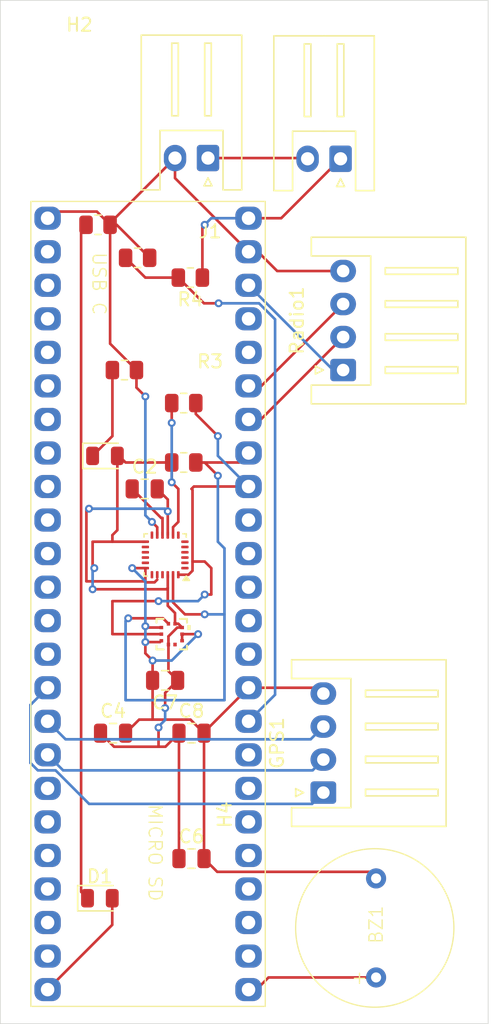
<source format=kicad_pcb>
(kicad_pcb (version 20241229) (generator "pcbnew") (generator_version "9.0")
  (layers (0 "F.Cu" signal) (2 "B.Cu" signal) (13 "F.Paste" user) (15 "B.Paste" user) (5 "F.SilkS" user "F.Silkscreen") (7 "B.SilkS" user "B.Silkscreen") (1 "F.Mask" user) (3 "B.Mask" user) (25 "Edge.Cuts" user))
  (net 0 "")
  (net 1 "Net-(BZ1-+)")
  (net 2 "GND")
  (net 3 "Net-(U1-REGOUT)")
  (net 4 "+3.3V")
  (net 5 "Net-(D1-K)")
  (net 6 "Net-(D1-A)")
  (net 7 "Net-(D2-K)")
  (net 8 "Net-(GPS1-Pin_2)")
  (net 9 "Net-(GPS1-Pin_1)")
  (net 10 "Net-(GPS1-Pin_3)")
  (net 11 "Net-(J1-Pin_1)")
  (net 12 "Net-(J2-Pin_1)")
  (net 13 "/SCL")
  (net 14 "/SDA")
  (net 15 "Net-(Teensy4.1-A17)")
  (net 16 "Net-(Radio1-Pin_1)")
  (net 17 "Net-(Radio1-Pin_3)")
  (net 18 "Net-(Radio1-Pin_2)")
  (footprint "Resistor_SMD:R_0805_2012Metric" (layer "F.Cu") (at 137.4125 46 180)
    (property "Reference" "R4" (at 0 -1.65 0) (layer "F.SilkS"))
    (property "Value" "178K")
    (fp_line (start -0.227064 0.735) (end 0.227064 0.735) (stroke (width 0.12)) (layer "F.SilkS"))
    (fp_line (start -0.227064 -0.735) (end 0.227064 -0.735) (stroke (width 0.12)) (layer "F.SilkS"))
    (pad "1" smd roundrect (at -0.9125 0 180) (size 1.025 1.4) (layers "F.Cu" "F.Mask" "F.Paste") (roundrect_rratio 0.243902) (net 12 "Net-(J2-Pin_1)"))
    (pad "2" smd roundrect (at 0.9125 0 180) (size 1.025 1.4) (layers "F.Cu" "F.Mask" "F.Paste") (roundrect_rratio 0.243902) (net 15 "Net-(Teensy4.1-A17)"))
  )
  (footprint "Resistor_SMD:R_0805_2012Metric" (layer "F.Cu") (at 136.9125 60)
    (property "Reference" "R2" (hide yes))
    (property "Value" "5k1")
    (fp_line (start -0.227064 -0.735) (end 0.227064 -0.735) (stroke (width 0.12)) (layer "F.SilkS"))
    (fp_line (start -0.227064 0.735) (end 0.227064 0.735) (stroke (width 0.12)) (layer "F.SilkS"))
    (pad "1" smd roundrect (at -0.9125 0) (size 1.025 1.4) (layers "F.Cu" "F.Mask" "F.Paste") (roundrect_rratio 0.243902) (net 4 "+3.3V"))
    (pad "2" smd roundrect (at 0.9125 0) (size 1.025 1.4) (layers "F.Cu" "F.Mask" "F.Paste") (roundrect_rratio 0.243902) (net 13 "/SCL"))
  )
  (footprint "LED_SMD:LED_0805_2012Metric" (layer "F.Cu") (at 130.55 93)
    (property "Reference" "D1" (at 0 -1.65 0) (layer "F.SilkS"))
    (property "Value" "LED")
    (fp_line (start -1.685 -0.96) (end -1.685 0.96) (stroke (width 0.12)) (layer "F.SilkS"))
    (fp_line (start -1.685 0.96) (end 1 0.96) (stroke (width 0.12)) (layer "F.SilkS"))
    (fp_line (start 1 -0.96) (end -1.685 -0.96) (stroke (width 0.12)) (layer "F.SilkS"))
    (pad "1" smd roundrect (at -0.9375 0) (size 0.975 1.4) (layers "F.Cu" "F.Mask" "F.Paste") (net 5 "Net-(D1-K)"))
    (pad "2" smd roundrect (at 0.9375 0) (size 0.975 1.4) (layers "F.Cu" "F.Mask" "F.Paste") (net 6 "Net-(D1-A)"))
  )
  (footprint "adaafruitBuzzer:Adafruit_Buzzer" (layer "F.Cu") (at 151.5 95 90)
    (property "Reference" "BZ1" (at 0 0 90) (layer "F.SilkS") (effects (font (thickness 0.1))))
    (property "Value" "Buzzer")
    (fp_circle (center -0.25 -0.1) (end 5.75 -0.25) (stroke (width 0.1)) (fill no) (layer "F.SilkS"))
    (fp_text user "+" (at -4.75 -0.75 90) (layer "F.SilkS") (effects (font (thickness 0.1)) (justify left bottom)))
    (pad "1" thru_hole circle (at -4 0 90) (size 1.524 1.524) (drill 0.762) (layers "*.Cu" "*.Mask") (net 1 "Net-(BZ1-+)"))
    (pad "2" thru_hole circle (at 3.5 0 90) (size 1.524 1.524) (drill 0.762) (layers "*.Cu" "*.Mask") (net 2 "GND"))
  )
  (footprint "Connector_JST:JST_XH_S2B-XH-A_1x02_P2.50mm_Horizontal" (layer "F.Cu") (at 148.805 37 180)
    (property "Reference" "J2" (hide yes))
    (property "Value" "Switch")
    (fp_line (start 5.06 9.31) (end 5.06 -2.41) (stroke (width 0.12)) (layer "F.SilkS"))
    (fp_line (start 5.06 -2.41) (end 3.64 -2.41) (stroke (width 0.12)) (layer "F.SilkS"))
    (fp_line (start 3.64 2.09) (end 1.25 2.09) (stroke (width 0.12)) (layer "F.SilkS"))
    (fp_line (start 3.64 -2.41) (end 3.64 2.09) (stroke (width 0.12)) (layer "F.SilkS"))
    (fp_line (start 2.75 8.7) (end 2.75 3.2) (stroke (width 0.12)) (layer "F.SilkS"))
    (fp_line (start 2.75 3.2) (end 2.25 3.2) (stroke (width 0.12)) (layer "F.SilkS"))
    (fp_line (start 2.25 8.7) (end 2.75 8.7) (stroke (width 0.12)) (layer "F.SilkS"))
    (fp_line (start 2.25 3.2) (end 2.25 8.7) (stroke (width 0.12)) (layer "F.SilkS"))
    (fp_line (start 1.25 9.31) (end 5.06 9.31) (stroke (width 0.12)) (layer "F.SilkS"))
    (fp_line (start 1.25 9.31) (end -2.56 9.31) (stroke (width 0.12)) (layer "F.SilkS"))
    (fp_line (start 0.3 -2.1) (end 0 -1.5) (stroke (width 0.12)) (layer "F.SilkS"))
    (fp_line (start 0.25 8.7) (end 0.25 3.2) (stroke (width 0.12)) (layer "F.SilkS"))
    (fp_line (start 0.25 3.2) (end -0.25 3.2) (stroke (width 0.12)) (layer "F.SilkS"))
    (fp_line (start 0 -1.5) (end -0.3 -2.1) (stroke (width 0.12)) (layer "F.SilkS"))
    (fp_line (start -0.25 8.7) (end 0.25 8.7) (stroke (width 0.12)) (layer "F.SilkS"))
    (fp_line (start -0.25 3.2) (end -0.25 8.7) (stroke (width 0.12)) (layer "F.SilkS"))
    (fp_line (start -0.3 -2.1) (end 0.3 -2.1) (stroke (width 0.12)) (layer "F.SilkS"))
    (fp_line (start -1.14 2.09) (end 1.25 2.09) (stroke (width 0.12)) (layer "F.SilkS"))
    (fp_line (start -1.14 -2.41) (end -1.14 2.09) (stroke (width 0.12)) (layer "F.SilkS"))
    (fp_line (start -2.56 9.31) (end -2.56 -2.41) (stroke (width 0.12)) (layer "F.SilkS"))
    (fp_line (start -2.56 -2.41) (end -1.14 -2.41) (stroke (width 0.12)) (layer "F.SilkS"))
    (pad "1" thru_hole roundrect (at 0 0 180) (size 1.7 2) (drill 1) (layers "*.Cu" "*.Mask") (roundrect_rratio 0.147059) (net 12 "Net-(J2-Pin_1)"))
    (pad "2" thru_hole oval (at 2.5 0 180) (size 1.7 2) (drill 1) (layers "*.Cu" "*.Mask") (net 11 "Net-(J1-Pin_1)"))
  )
  (footprint "MountingHole:MountingHole_3.2mm_M3" (layer "F.Cu") (at 134.5 97)
    (property "Reference" "H4" (at 5.525 -10.325 90) (layer "F.SilkS"))
    (property "Value" "MountingHole")
    (pad "" np_thru_hole circle (at 0 0) (size 3.2 3.2) (drill 3.2) (layers "*.Cu" "*.Mask"))
  )
  (footprint "Resistor_SMD:R_0805_2012Metric" (layer "F.Cu") (at 133.4125 44.5)
    (property "Reference" "R5" (hide yes))
    (property "Value" "332K")
    (fp_line (start -0.227064 -0.735) (end 0.227064 -0.735) (stroke (width 0.12)) (layer "F.SilkS"))
    (fp_line (start -0.227064 0.735) (end 0.227064 0.735) (stroke (width 0.12)) (layer "F.SilkS"))
    (pad "1" smd roundrect (at -0.9125 0) (size 1.025 1.4) (layers "F.Cu" "F.Mask" "F.Paste") (roundrect_rratio 0.243902) (net 15 "Net-(Teensy4.1-A17)"))
    (pad "2" smd roundrect (at 0.9125 0) (size 1.025 1.4) (layers "F.Cu" "F.Mask" "F.Paste") (roundrect_rratio 0.243902) (net 2 "GND"))
  )
  (footprint "Resistor_SMD:R_0805_2012Metric" (layer "F.Cu") (at 136.9125 55.5)
    (property "Reference" "R3" (at 2 -3.15 0) (layer "F.SilkS"))
    (property "Value" "5k1")
    (fp_line (start -0.227064 -0.735) (end 0.227064 -0.735) (stroke (width 0.12)) (layer "F.SilkS"))
    (fp_line (start -0.227064 0.735) (end 0.227064 0.735) (stroke (width 0.12)) (layer "F.SilkS"))
    (pad "1" smd roundrect (at -0.9125 0) (size 1.025 1.4) (layers "F.Cu" "F.Mask" "F.Paste") (roundrect_rratio 0.243902) (net 4 "+3.3V"))
    (pad "2" smd roundrect (at 0.9125 0) (size 1.025 1.4) (layers "F.Cu" "F.Mask" "F.Paste") (roundrect_rratio 0.243902) (net 14 "/SDA"))
  )
  (footprint "footprints:10LGA_2X2X0p75_BOS" (layer "F.Cu") (at 136 73 -90)
    (property "Reference" "U2" (hide yes))
    (property "Value" "BMP390")
    (fp_line (start -1.1557 1.1557) (end -0.86878 1.1557) (stroke (width 0.1524)) (layer "F.SilkS"))
    (fp_line (start 0.86878 1.1557) (end 1.1557 1.1557) (stroke (width 0.1524)) (layer "F.SilkS"))
    (fp_line (start 1.1557 1.1557) (end 1.1557 0.61878) (stroke (width 0.1524)) (layer "F.SilkS"))
    (fp_line (start -1.1557 0.61878) (end -1.1557 1.1557) (stroke (width 0.1524)) (layer "F.SilkS"))
    (fp_line (start 1.1557 -0.61878) (end 1.1557 -1.1557) (stroke (width 0.1524)) (layer "F.SilkS"))
    (fp_line (start -1.1557 -1.1557) (end -1.1557 -0.61878) (stroke (width 0.1524)) (layer "F.SilkS"))
    (fp_line (start -0.86878 -1.1557) (end -1.1557 -1.1557) (stroke (width 0.1524)) (layer "F.SilkS"))
    (fp_line (start 1.1557 -1.1557) (end 0.86878 -1.1557) (stroke (width 0.1524)) (layer "F.SilkS"))
    (fp_poly (pts (xy -0.690499 -1.1811) (xy -0.690499 -1.4351) (xy -0.309499 -1.4351) (xy -0.309499 -1.1811)) (fill yes) (layer "F.SilkS"))
    (pad "1" smd rect (at -0.7874 -0.25) (size 0.254 0.2794) (layers "F.Cu" "F.Mask" "F.Paste") (net 4 "+3.3V"))
    (pad "2" smd rect (at -0.7874 0.25) (size 0.254 0.2794) (layers "F.Cu" "F.Mask" "F.Paste") (net 13 "/SCL"))
    (pad "3" smd rect (at -0.499999 0.7874 270) (size 0.254 0.2794) (layers "F.Cu" "F.Mask" "F.Paste") (net 2 "GND"))
    (pad "4" smd rect (at 0 0.7874 270) (size 0.254 0.2794) (layers "F.Cu" "F.Mask" "F.Paste") (net 14 "/SDA"))
    (pad "5" smd rect (at 0.499999 0.7874 270) (size 0.254 0.2794) (layers "F.Cu" "F.Mask" "F.Paste") (net 2 "GND"))
    (pad "6" smd rect (at 0.7874 0.25) (size 0.254 0.2794) (layers "F.Cu" "F.Mask" "F.Paste") (net 4 "+3.3V"))
    (pad "7" smd rect (at 0.7874 -0.25) (size 0.254 0.2794) (layers "F.Cu" "F.Mask" "F.Paste"))
    (pad "8" smd rect (at 0.499999 -0.7874 270) (size 0.254 0.2794) (layers "F.Cu" "F.Mask" "F.Paste") (net 2 "GND"))
    (pad "9" smd rect (at 0 -0.7874 270) (size 0.254 0.2794) (layers "F.Cu" "F.Mask" "F.Paste") (net 2 "GND"))
    (pad "10" smd rect (at -0.499999 -0.7874 270) (size 0.254 0.2794) (layers "F.Cu" "F.Mask" "F.Paste") (net 4 "+3.3V"))
  )
  (footprint "Sensor_Motion:InvenSense_QFN-24_3x3mm_P0.4mm" (layer "F.Cu") (at 135.5 67 180)
    (property "Reference" "U1" (hide yes))
    (property "Value" "ICM-20948")
    (fp_line (start 1.6 1.6) (end 1.6 1.35) (stroke (width 0.12)) (layer "F.SilkS"))
    (fp_line (start 1.6 1.6) (end 1.35 1.6) (stroke (width 0.12)) (layer "F.SilkS"))
    (fp_line (start 1.6 -1.6) (end 1.6 -1.35) (stroke (width 0.12)) (layer "F.SilkS"))
    (fp_line (start 1.6 -1.6) (end 1.35 -1.6) (stroke (width 0.12)) (layer "F.SilkS"))
    (fp_line (start -1.6 1.6) (end -1.35 1.6) (stroke (width 0.12)) (layer "F.SilkS"))
    (fp_line (start -1.6 1.6) (end -1.6 1.35) (stroke (width 0.12)) (layer "F.SilkS"))
    (fp_poly (pts (xy -1.6 -1.6) (xy -1.84 -1.93) (xy -1.36 -1.93) (xy -1.6 -1.6)) (stroke (width 0.12)) (fill yes) (layer "F.SilkS"))
    (pad "1" smd roundrect (at -1.5 -1 180) (size 0.55 0.2) (layers "F.Cu" "F.Mask" "F.Paste"))
    (pad "2" smd roundrect (at -1.5 -0.6 180) (size 0.55 0.2) (layers "F.Cu" "F.Mask" "F.Paste"))
    (pad "3" smd roundrect (at -1.5 -0.2 180) (size 0.55 0.2) (layers "F.Cu" "F.Mask" "F.Paste"))
    (pad "4" smd roundrect (at -1.5 0.2 180) (size 0.55 0.2) (layers "F.Cu" "F.Mask" "F.Paste"))
    (pad "5" smd roundrect (at -1.5 0.6 180) (size 0.55 0.2) (layers "F.Cu" "F.Mask" "F.Paste"))
    (pad "6" smd roundrect (at -1.5 1 180) (size 0.55 0.2) (layers "F.Cu" "F.Mask" "F.Paste"))
    (pad "7" smd roundrect (at -1 1.5 270) (size 0.55 0.2) (layers "F.Cu" "F.Mask" "F.Paste"))
    (pad "8" smd roundrect (at -0.6 1.5 270) (size 0.55 0.2) (layers "F.Cu" "F.Mask" "F.Paste") (net 4 "+3.3V"))
    (pad "9" smd roundrect (at -0.2 1.5 270) (size 0.55 0.2) (layers "F.Cu" "F.Mask" "F.Paste") (net 2 "GND"))
    (pad "10" smd roundrect (at 0.2 1.5 270) (size 0.55 0.2) (layers "F.Cu" "F.Mask" "F.Paste") (net 3 "Net-(U1-REGOUT)"))
    (pad "11" smd roundrect (at 0.6 1.5 270) (size 0.55 0.2) (layers "F.Cu" "F.Mask" "F.Paste") (net 2 "GND"))
    (pad "12" smd roundrect (at 1 1.5 270) (size 0.55 0.2) (layers "F.Cu" "F.Mask" "F.Paste"))
    (pad "13" smd roundrect (at 1.5 1 180) (size 0.55 0.2) (layers "F.Cu" "F.Mask" "F.Paste") (net 4 "+3.3V"))
    (pad "14" smd roundrect (at 1.5 0.6 180) (size 0.55 0.2) (layers "F.Cu" "F.Mask" "F.Paste"))
    (pad "15" smd roundrect (at 1.5 0.2 180) (size 0.55 0.2) (layers "F.Cu" "F.Mask" "F.Paste"))
    (pad "16" smd roundrect (at 1.5 -0.2 180) (size 0.55 0.2) (layers "F.Cu" "F.Mask" "F.Paste"))
    (pad "17" smd roundrect (at 1.5 -0.6 180) (size 0.55 0.2) (layers "F.Cu" "F.Mask" "F.Paste"))
    (pad "18" smd roundrect (at 1.5 -1 180) (size 0.55 0.2) (layers "F.Cu" "F.Mask" "F.Paste") (net 2 "GND"))
    (pad "19" smd roundrect (at 1 -1.5 270) (size 0.55 0.2) (layers "F.Cu" "F.Mask" "F.Paste"))
    (pad "20" smd roundrect (at 0.6 -1.5 270) (size 0.55 0.2) (layers "F.Cu" "F.Mask" "F.Paste") (net 2 "GND"))
    (pad "21" smd roundrect (at 0.2 -1.5 270) (size 0.55 0.2) (layers "F.Cu" "F.Mask" "F.Paste"))
    (pad "22" smd roundrect (at -0.2 -1.5 270) (size 0.55 0.2) (layers "F.Cu" "F.Mask" "F.Paste") (net 4 "+3.3V"))
    (pad "23" smd roundrect (at -0.6 -1.5 270) (size 0.55 0.2) (layers "F.Cu" "F.Mask" "F.Paste") (net 13 "/SCL"))
    (pad "24" smd roundrect (at -1 -1.5 270) (size 0.55 0.2) (layers "F.Cu" "F.Mask" "F.Paste") (net 14 "/SDA"))
  )
  (footprint "footprint:teensy" (layer "F.Cu") (at 134.205 70.71)
    (property "Reference" "Teensy4.1" (hide yes))
    (property "Value" "~")
    (fp_line (start -8.89 -1.27) (end -8.89 -30.48) (stroke (width 0.1)) (layer "F.SilkS"))
    (fp_line (start -8.89 -1.27) (end -8.89 0) (stroke (width 0.1)) (layer "F.SilkS"))
    (fp_line (start -8.89 0) (end -8.89 30.48) (stroke (width 0.1)) (layer "F.SilkS"))
    (fp_line (start -8.89 30.48) (end 8.89 30.48) (stroke (width 0.1)) (layer "F.SilkS"))
    (fp_line (start 8.89 -30.48) (end -8.89 -30.48) (stroke (width 0.1)) (layer "F.SilkS"))
    (fp_line (start 8.89 -30.48) (end 8.89 -2.54) (stroke (width 0.1)) (layer "F.SilkS"))
    (fp_line (start 8.89 30.48) (end 8.89 -2.54) (stroke (width 0.1)) (layer "F.SilkS"))
    (fp_text user "MICRO SD" (at -0.05 15.09 270) (layer "F.SilkS") (effects (font (thickness 0.1)) (justify left bottom)))
    (fp_text user "USB C" (at -4.3 -26.7 270) (layer "F.SilkS") (effects (font (thickness 0.1)) (justify left bottom)))
    (pad "0" thru_hole roundrect (at -7.62 -26.67) (size 2 1.75) (drill 1.02) (layers "*.Cu" "*.Mask") (roundrect_rratio 0.375))
    (pad "1" thru_hole roundrect (at -7.62 -24.13) (size 2 1.75) (drill 1.02) (layers "*.Cu" "*.Mask") (roundrect_rratio 0.375))
    (pad "2" thru_hole roundrect (at -7.62 -21.59) (size 2 1.75) (drill 1.02) (layers "*.Cu" "*.Mask") (roundrect_rratio 0.375))
    (pad "3" thru_hole roundrect (at -7.62 -19.05) (size 2 1.75) (drill 1.02) (layers "*.Cu" "*.Mask") (roundrect_rratio 0.375))
    (pad "3V" thru_hole roundrect (at -7.62 6.35) (size 2 1.75) (drill 1.02) (layers "*.Cu" "*.Mask") (roundrect_rratio 0.375) (net 9 "Net-(GPS1-Pin_1)"))
    (pad "3V1" thru_hole roundrect (at 7.62 -24.13) (size 2 1.75) (drill 1.02) (layers "*.Cu" "*.Mask") (roundrect_rratio 0.375) (net 16 "Net-(Radio1-Pin_1)"))
    (pad "4" thru_hole roundrect (at -7.62 -16.51) (size 2 1.75) (drill 1.02) (layers "*.Cu" "*.Mask") (roundrect_rratio 0.375))
    (pad "5" thru_hole roundrect (at -7.62 -13.97) (size 2 1.75) (drill 1.02) (layers "*.Cu" "*.Mask") (roundrect_rratio 0.375))
    (pad "5V" thru_hole roundrect (at 7.62 -29.21) (size 2 1.75) (drill 1.02) (layers "*.Cu" "*.Mask") (roundrect_rratio 0.375) (net 12 "Net-(J2-Pin_1)"))
    (pad "6" thru_hole roundrect (at -7.62 -11.43) (size 2 1.75) (drill 1.02) (layers "*.Cu" "*.Mask") (roundrect_rratio 0.375))
    (pad "7" thru_hole roundrect (at -7.62 -8.89) (size 2 1.75) (drill 1.02) (layers "*.Cu" "*.Mask") (roundrect_rratio 0.375))
    (pad "8" thru_hole roundrect (at -7.62 -6.35) (size 2 1.75) (drill 1.02) (layers "*.Cu" "*.Mask") (roundrect_rratio 0.375))
    (pad "9" thru_hole roundrect (at -7.62 -3.81) (size 2 1.75) (drill 1.02) (layers "*.Cu" "*.Mask") (roundrect_rratio 0.375))
    (pad "10" thru_hole roundrect (at -7.62 -1.27) (size 2 1.75) (drill 1.02) (layers "*.Cu" "*.Mask") (roundrect_rratio 0.375))
    (pad "11" thru_hole roundrect (at -7.62 1.27) (size 2 1.75) (drill 1.02) (layers "*.Cu" "*.Mask") (roundrect_rratio 0.375))
    (pad "12" thru_hole roundrect (at -7.62 3.81) (size 2 1.75) (drill 1.02) (layers "*.Cu" "*.Mask") (roundrect_rratio 0.375))
    (pad "13" thru_hole roundrect (at 7.62 3.81) (size 2 1.75) (drill 1.02) (layers "*.Cu" "*.Mask") (roundrect_rratio 0.375))
    (pad "14" thru_hole roundrect (at 7.62 1.27) (size 2 1.75) (drill 1.02) (layers "*.Cu" "*.Mask") (roundrect_rratio 0.375))
    (pad "15" thru_hole roundrect (at 7.62 -1.27) (size 2 1.75) (drill 1.02) (layers "*.Cu" "*.Mask") (roundrect_rratio 0.375))
    (pad "16" thru_hole roundrect (at 7.62 -3.81) (size 2 1.75) (drill 1.02) (layers "*.Cu" "*.Mask") (roundrect_rratio 0.375))
    (pad "17" thru_hole roundrect (at 7.62 -6.35) (size 2 1.75) (drill 1.02) (layers "*.Cu" "*.Mask") (roundrect_rratio 0.375))
    (pad "18" thru_hole roundrect (at 7.62 -8.89) (size 2 1.75) (drill 1.02) (layers "*.Cu" "*.Mask") (roundrect_rratio 0.375) (net 14 "/SDA"))
    (pad "19" thru_hole roundrect (at 7.62 -11.43) (size 2 1.75) (drill 1.02) (layers "*.Cu" "*.Mask") (roundrect_rratio 0.375) (net 13 "/SCL"))
    (pad "20" thru_hole roundrect (at 7.62 -13.97) (size 2 1.75) (drill 1.02) (layers "*.Cu" "*.Mask") (roundrect_rratio 0.375) (net 18 "Net-(Radio1-Pin_2)"))
    (pad "21" thru_hole roundrect (at 7.62 -16.51) (size 2 1.75) (drill 1.02) (layers "*.Cu" "*.Mask") (roundrect_rratio 0.375) (net 17 "Net-(Radio1-Pin_3)"))
    (pad "22" thru_hole roundrect (at 7.62 -19.05) (size 2 1.75) (drill 1.02) (layers "*.Cu" "*.Mask") (roundrect_rratio 0.375))
    (pad "23" thru_hole roundrect (at 7.62 -21.59) (size 2 1.75) (drill 1.02) (layers "*.Cu" "*.Mask") (roundrect_rratio 0.375))
    (pad "24" thru_hole roundrect (at -7.62 8.89) (size 2 1.75) (drill 1.02) (layers "*.Cu" "*.Mask") (roundrect_rratio 0.375) (net 10 "Net-(GPS1-Pin_3)"))
    (pad "25" thru_hole roundrect (at -7.62 11.43) (size 2 1.75) (drill 1.02) (layers "*.Cu" "*.Mask") (roundrect_rratio 0.375) (net 8 "Net-(GPS1-Pin_2)"))
    (pad "26" thru_hole roundrect (at -7.62 13.97) (size 2 1.75) (drill 1.02) (layers "*.Cu" "*.Mask") (roundrect_rratio 0.375))
    (pad "27" thru_hole roundrect (at -7.62 16.51) (size 2 1.75) (drill 1.02) (layers "*.Cu" "*.Mask") (roundrect_rratio 0.375))
    (pad "28" thru_hole roundrect (at -7.62 19.05) (size 2 1.75) (drill 1.02) (layers "*.Cu" "*.Mask") (roundrect_rratio 0.375))
    (pad "29" thru_hole roundrect (at -7.62 21.59) (size 2 1.75) (drill 1.02) (layers "*.Cu" "*.Mask") (roundrect_rratio 0.375))
    (pad "30" thru_hole roundrect (at -7.62 24.13) (size 2 1.75) (drill 1.02) (layers "*.Cu" "*.Mask") (roundrect_rratio 0.375))
    (pad "31" thru_hole roundrect (at -7.62 26.67) (size 2 1.75) (drill 1.02) (layers "*.Cu" "*.Mask") (roundrect_rratio 0.375))
    (pad "32" thru_hole roundrect (at -7.62 29.21) (size 2 1.75) (drill 1.02) (layers "*.Cu" "*.Mask") (roundrect_rratio 0.375) (net 6 "Net-(D1-A)"))
    (pad "33" thru_hole roundrect (at 7.62 29.21) (size 2 1.75) (drill 1.02) (layers "*.Cu" "*.Mask") (roundrect_rratio 0.375) (net 1 "Net-(BZ1-+)"))
    (pad "34" thru_hole roundrect (at 7.62 26.67) (size 2 1.75) (drill 1.02) (layers "*.Cu" "*.Mask") (roundrect_rratio 0.375))
    (pad "35" thru_hole roundrect (at 7.62 24.13) (size 2 1.75) (drill 1.02) (layers "*.Cu" "*.Mask") (roundrect_rratio 0.375))
    (pad "36" thru_hole roundrect (at 7.62 21.59) (size 2 1.75) (drill 1.02) (layers "*.Cu" "*.Mask") (roundrect_rratio 0.375))
    (pad "37" thru_hole roundrect (at 7.62 19.05) (size 2 1.75) (drill 1.02) (layers "*.Cu" "*.Mask") (roundrect_rratio 0.375))
    (pad "38" thru_hole roundrect (at 7.62 16.51) (size 2 1.75) (drill 1.02) (layers "*.Cu" "*.Mask") (roundrect_rratio 0.375))
    (pad "39" thru_hole roundrect (at 7.62 13.97) (size 2 1.75) (drill 1.02) (layers "*.Cu" "*.Mask") (roundrect_rratio 0.375))
    (pad "40" thru_hole roundrect (at 7.62 11.43) (size 2 1.75) (drill 1.02) (layers "*.Cu" "*.Mask") (roundrect_rratio 0.375))
    (pad "41" thru_hole roundrect (at 7.62 8.89) (size 2 1.75) (drill 1.02) (layers "*.Cu" "*.Mask") (roundrect_rratio 0.375) (net 15 "Net-(Teensy4.1-A17)"))
    (pad "G" thru_hole roundrect (at -7.62 -29.21) (size 2 1.75) (drill 1.02) (layers "*.Cu" "*.Mask") (roundrect_rratio 0.375) (net 2 "GND"))
    (pad "G1" thru_hole roundrect (at 7.62 -26.67) (size 2 1.75) (drill 1.02) (layers "*.Cu" "*.Mask") (roundrect_rratio 0.375) (net 2 "GND"))
    (pad "G2" thru_hole roundrect (at 7.62 6.35) (size 2 1.75) (drill 1.02) (layers "*.Cu" "*.Mask") (roundrect_rratio 0.375) (net 2 "GND"))
  )
  (footprint "MountingHole:MountingHole_3.2mm_M3" (layer "F.Cu") (at 156 31.5)
    (property "Reference" "H1" (hide yes))
    (property "Value" "MountingHole")
    (pad "" np_thru_hole circle (at 0 0) (size 3.2 3.2) (drill 3.2) (layers "*.Cu" "*.Mask"))
  )
  (footprint "Resistor_SMD:R_0805_2012Metric" (layer "F.Cu") (at 130.4125 42)
    (property "Reference" "R6" (hide yes))
    (property "Value" "560")
    (fp_line (start -0.227064 -0.735) (end 0.227064 -0.735) (stroke (width 0.12)) (layer "F.SilkS"))
    (fp_line (start -0.227064 0.735) (end 0.227064 0.735) (stroke (width 0.12)) (layer "F.SilkS"))
    (pad "1" smd roundrect (at -0.9125 0) (size 1.025 1.4) (layers "F.Cu" "F.Mask" "F.Paste") (roundrect_rratio 0.243902) (net 5 "Net-(D1-K)"))
    (pad "2" smd roundrect (at 0.9125 0) (size 1.025 1.4) (layers "F.Cu" "F.Mask" "F.Paste") (roundrect_rratio 0.243902) (net 2 "GND"))
  )
  (footprint "Capacitor_SMD:C_0805_2012Metric" (layer "F.Cu") (at 131.55 80.5)
    (property "Reference" "C4" (at 0 -1.68 0) (layer "F.SilkS"))
    (property "Value" "100nf")
    (fp_line (start -0.261252 -0.735) (end 0.261252 -0.735) (stroke (width 0.12)) (layer "F.SilkS"))
    (fp_line (start -0.261252 0.735) (end 0.261252 0.735) (stroke (width 0.12)) (layer "F.SilkS"))
    (pad "1" smd roundrect (at -0.95 0) (size 1 1.45) (layers "F.Cu" "F.Mask" "F.Paste") (net 4 "+3.3V"))
    (pad "2" smd roundrect (at 0.95 0) (size 1 1.45) (layers "F.Cu" "F.Mask" "F.Paste") (net 2 "GND"))
  )
  (footprint "LED_SMD:LED_0805_2012Metric" (layer "F.Cu") (at 130.9375 59.5)
    (property "Reference" "D2" (hide yes))
    (property "Value" "LED_Power")
    (fp_line (start -1.685 -0.96) (end -1.685 0.96) (stroke (width 0.12)) (layer "F.SilkS"))
    (fp_line (start -1.685 0.96) (end 1 0.96) (stroke (width 0.12)) (layer "F.SilkS"))
    (fp_line (start 1 -0.96) (end -1.685 -0.96) (stroke (width 0.12)) (layer "F.SilkS"))
    (pad "1" smd roundrect (at -0.9375 0) (size 0.975 1.4) (layers "F.Cu" "F.Mask" "F.Paste") (net 7 "Net-(D2-K)"))
    (pad "2" smd roundrect (at 0.9375 0) (size 0.975 1.4) (layers "F.Cu" "F.Mask" "F.Paste") (net 4 "+3.3V"))
  )
  (footprint "Connector_JST:JST_XH_S2B-XH-A_1x02_P2.50mm_Horizontal" (layer "F.Cu") (at 138.75 36.945 180)
    (property "Reference" "J1" (at -0.1625 -5.555 0) (layer "F.SilkS"))
    (property "Value" "Battery")
    (fp_line (start 5.06 9.31) (end 5.06 -2.41) (stroke (width 0.12)) (layer "F.SilkS"))
    (fp_line (start 5.06 -2.41) (end 3.64 -2.41) (stroke (width 0.12)) (layer "F.SilkS"))
    (fp_line (start 3.64 2.09) (end 1.25 2.09) (stroke (width 0.12)) (layer "F.SilkS"))
    (fp_line (start 3.64 -2.41) (end 3.64 2.09) (stroke (width 0.12)) (layer "F.SilkS"))
    (fp_line (start 2.75 8.7) (end 2.75 3.2) (stroke (width 0.12)) (layer "F.SilkS"))
    (fp_line (start 2.75 3.2) (end 2.25 3.2) (stroke (width 0.12)) (layer "F.SilkS"))
    (fp_line (start 2.25 8.7) (end 2.75 8.7) (stroke (width 0.12)) (layer "F.SilkS"))
    (fp_line (start 2.25 3.2) (end 2.25 8.7) (stroke (width 0.12)) (layer "F.SilkS"))
    (fp_line (start 1.25 9.31) (end 5.06 9.31) (stroke (width 0.12)) (layer "F.SilkS"))
    (fp_line (start 1.25 9.31) (end -2.56 9.31) (stroke (width 0.12)) (layer "F.SilkS"))
    (fp_line (start 0.3 -2.1) (end 0 -1.5) (stroke (width 0.12)) (layer "F.SilkS"))
    (fp_line (start 0.25 8.7) (end 0.25 3.2) (stroke (width 0.12)) (layer "F.SilkS"))
    (fp_line (start 0.25 3.2) (end -0.25 3.2) (stroke (width 0.12)) (layer "F.SilkS"))
    (fp_line (start 0 -1.5) (end -0.3 -2.1) (stroke (width 0.12)) (layer "F.SilkS"))
    (fp_line (start -0.25 8.7) (end 0.25 8.7) (stroke (width 0.12)) (layer "F.SilkS"))
    (fp_line (start -0.25 3.2) (end -0.25 8.7) (stroke (width 0.12)) (layer "F.SilkS"))
    (fp_line (start -0.3 -2.1) (end 0.3 -2.1) (stroke (width 0.12)) (layer "F.SilkS"))
    (fp_line (start -1.14 2.09) (end 1.25 2.09) (stroke (width 0.12)) (layer "F.SilkS"))
    (fp_line (start -1.14 -2.41) (end -1.14 2.09) (stroke (width 0.12)) (layer "F.SilkS"))
    (fp_line (start -2.56 9.31) (end -2.56 -2.41) (stroke (width 0.12)) (layer "F.SilkS"))
    (fp_line (start -2.56 -2.41) (end -1.14 -2.41) (stroke (width 0.12)) (layer "F.SilkS"))
    (pad "1" thru_hole roundrect (at 0 0 180) (size 1.7 2) (drill 1) (layers "*.Cu" "*.Mask") (roundrect_rratio 0.147059) (net 11 "Net-(J1-Pin_1)"))
    (pad "2" thru_hole oval (at 2.5 0 180) (size 1.7 2) (drill 1) (layers "*.Cu" "*.Mask") (net 2 "GND"))
  )
  (footprint "MountingHole:MountingHole_3.2mm_M3" (layer "F.Cu") (at 129 31)
    (property "Reference" "H2" (at 0 -4.15 0) (layer "F.SilkS"))
    (property "Value" "MountingHole")
    (pad "" np_thru_hole circle (at 0 0) (size 3.2 3.2) (drill 3.2) (layers "*.Cu" "*.Mask"))
  )
  (footprint "Capacitor_SMD:C_0805_2012Metric" (layer "F.Cu") (at 133.95 62)
    (property "Reference" "C2" (at 0 -1.68 0) (layer "F.SilkS"))
    (property "Value" "100nf")
    (fp_line (start -0.261252 -0.735) (end 0.261252 -0.735) (stroke (width 0.12)) (layer "F.SilkS"))
    (fp_line (start -0.261252 0.735) (end 0.261252 0.735) (stroke (width 0.12)) (layer "F.SilkS"))
    (pad "1" smd roundrect (at -0.95 0) (size 1 1.45) (layers "F.Cu" "F.Mask" "F.Paste") (net 3 "Net-(U1-REGOUT)"))
    (pad "2" smd roundrect (at 0.95 0) (size 1 1.45) (layers "F.Cu" "F.Mask" "F.Paste") (net 2 "GND"))
  )
  (footprint "Resistor_SMD:R_0805_2012Metric" (layer "F.Cu") (at 132.4125 53)
    (property "Reference" "R7" (hide yes))
    (property "Value" "560")
    (fp_line (start -0.227064 -0.735) (end 0.227064 -0.735) (stroke (width 0.12)) (layer "F.SilkS"))
    (fp_line (start -0.227064 0.735) (end 0.227064 0.735) (stroke (width 0.12)) (layer "F.SilkS"))
    (pad "1" smd roundrect (at -0.9125 0) (size 1.025 1.4) (layers "F.Cu" "F.Mask" "F.Paste") (roundrect_rratio 0.243902) (net 7 "Net-(D2-K)"))
    (pad "2" smd roundrect (at 0.9125 0) (size 1.025 1.4) (layers "F.Cu" "F.Mask" "F.Paste") (roundrect_rratio 0.243902) (net 2 "GND"))
  )
  (footprint "MountingHole:MountingHole_3.2mm_M3" (layer "F.Cu") (at 151.5 65)
    (property "Reference" "H1" (hide yes))
    (property "Value" "MountingHole")
    (pad "" np_thru_hole circle (at 0 0) (size 3.2 3.2) (drill 3.2) (layers "*.Cu" "*.Mask"))
  )
  (footprint "Capacitor_SMD:C_0805_2012Metric" (layer "F.Cu") (at 137.5 80.5)
    (property "Reference" "C8" (at 0 -1.68 0) (layer "F.SilkS"))
    (property "Value" "100nf")
    (fp_line (start -0.261252 -0.735) (end 0.261252 -0.735) (stroke (width 0.12)) (layer "F.SilkS"))
    (fp_line (start -0.261252 0.735) (end 0.261252 0.735) (stroke (width 0.12)) (layer "F.SilkS"))
    (pad "1" smd roundrect (at -0.95 0) (size 1 1.45) (layers "F.Cu" "F.Mask" "F.Paste") (net 4 "+3.3V"))
    (pad "2" smd roundrect (at 0.95 0) (size 1 1.45) (layers "F.Cu" "F.Mask" "F.Paste") (net 2 "GND"))
  )
  (footprint "Connector_JST:JST_XH_S4B-XH-A_1x04_P2.50mm_Horizontal" (layer "F.Cu") (at 147.5 85 90)
    (property "Reference" "GPS1" (at 3.75 -3.51 90) (layer "F.SilkS"))
    (property "Value" "I2C (SDA, SCL), 3.3V, GND")
    (fp_line (start 10.06 -2.41) (end 8.64 -2.41) (stroke (width 0.12)) (layer "F.SilkS"))
    (fp_line (start 8.64 -2.41) (end 8.64 2.09) (stroke (width 0.12)) (layer "F.SilkS"))
    (fp_line (start -1.14 -2.41) (end -1.14 2.09) (stroke (width 0.12)) (layer "F.SilkS"))
    (fp_line (start -2.56 -2.41) (end -1.14 -2.41) (stroke (width 0.12)) (layer "F.SilkS"))
    (fp_line (start 0.3 -2.1) (end 0 -1.5) (stroke (width 0.12)) (layer "F.SilkS"))
    (fp_line (start -0.3 -2.1) (end 0.3 -2.1) (stroke (width 0.12)) (layer "F.SilkS"))
    (fp_line (start 0 -1.5) (end -0.3 -2.1) (stroke (width 0.12)) (layer "F.SilkS"))
    (fp_line (start 8.64 2.09) (end 3.75 2.09) (stroke (width 0.12)) (layer "F.SilkS"))
    (fp_line (start -1.14 2.09) (end 3.75 2.09) (stroke (width 0.12)) (layer "F.SilkS"))
    (fp_line (start 7.75 3.2) (end 7.25 3.2) (stroke (width 0.12)) (layer "F.SilkS"))
    (fp_line (start 7.25 3.2) (end 7.25 8.7) (stroke (width 0.12)) (layer "F.SilkS"))
    (fp_line (start 5.25 3.2) (end 4.75 3.2) (stroke (width 0.12)) (layer "F.SilkS"))
    (fp_line (start 4.75 3.2) (end 4.75 8.7) (stroke (width 0.12)) (layer "F.SilkS"))
    (fp_line (start 2.75 3.2) (end 2.25 3.2) (stroke (width 0.12)) (layer "F.SilkS"))
    (fp_line (start 2.25 3.2) (end 2.25 8.7) (stroke (width 0.12)) (layer "F.SilkS"))
    (fp_line (start 0.25 3.2) (end -0.25 3.2) (stroke (width 0.12)) (layer "F.SilkS"))
    (fp_line (start -0.25 3.2) (end -0.25 8.7) (stroke (width 0.12)) (layer "F.SilkS"))
    (fp_line (start 7.75 8.7) (end 7.75 3.2) (stroke (width 0.12)) (layer "F.SilkS"))
    (fp_line (start 7.25 8.7) (end 7.75 8.7) (stroke (width 0.12)) (layer "F.SilkS"))
    (fp_line (start 5.25 8.7) (end 5.25 3.2) (stroke (width 0.12)) (layer "F.SilkS"))
    (fp_line (start 4.75 8.7) (end 5.25 8.7) (stroke (width 0.12)) (layer "F.SilkS"))
    (fp_line (start 2.75 8.7) (end 2.75 3.2) (stroke (width 0.12)) (layer "F.SilkS"))
    (fp_line (start 2.25 8.7) (end 2.75 8.7) (stroke (width 0.12)) (layer "F.SilkS"))
    (fp_line (start 0.25 8.7) (end 0.25 3.2) (stroke (width 0.12)) (layer "F.SilkS"))
    (fp_line (start -0.25 8.7) (end 0.25 8.7) (stroke (width 0.12)) (layer "F.SilkS"))
    (fp_line (start 10.06 9.31) (end 10.06 -2.41) (stroke (width 0.12)) (layer "F.SilkS"))
    (fp_line (start 3.75 9.31) (end 10.06 9.31) (stroke (width 0.12)) (layer "F.SilkS"))
    (fp_line (start 3.75 9.31) (end -2.56 9.31) (stroke (width 0.12)) (layer "F.SilkS"))
    (fp_line (start -2.56 9.31) (end -2.56 -2.41) (stroke (width 0.12)) (layer "F.SilkS"))
    (pad "1" thru_hole roundrect (at 0 0 90) (size 1.7 1.95) (drill 0.95) (layers "*.Cu" "*.Mask") (roundrect_rratio 0.147059) (net 9 "Net-(GPS1-Pin_1)"))
    (pad "2" thru_hole oval (at 2.5 0 90) (size 1.7 1.95) (drill 0.95) (layers "*.Cu" "*.Mask") (net 8 "Net-(GPS1-Pin_2)"))
    (pad "3" thru_hole oval (at 5 0 90) (size 1.7 1.95) (drill 0.95) (layers "*.Cu" "*.Mask") (net 10 "Net-(GPS1-Pin_3)"))
    (pad "4" thru_hole oval (at 7.5 0 90) (size 1.7 1.95) (drill 0.95) (layers "*.Cu" "*.Mask") (net 2 "GND"))
  )
  (footprint "Capacitor_SMD:C_0805_2012Metric" (layer "F.Cu") (at 137.5 90)
    (property "Reference" "C6" (at 0 -1.68 0) (layer "F.SilkS"))
    (property "Value" "100nf")
    (fp_line (start -0.261252 -0.735) (end 0.261252 -0.735) (stroke (width 0.12)) (layer "F.SilkS"))
    (fp_line (start -0.261252 0.735) (end 0.261252 0.735) (stroke (width 0.12)) (layer "F.SilkS"))
    (pad "1" smd roundrect (at -0.95 0) (size 1 1.45) (layers "F.Cu" "F.Mask" "F.Paste") (net 4 "+3.3V"))
    (pad "2" smd roundrect (at 0.95 0) (size 1 1.45) (layers "F.Cu" "F.Mask" "F.Paste") (net 2 "GND"))
  )
  (footprint "Capacitor_SMD:C_0805_2012Metric" (layer "F.Cu") (at 135.5 76.5 180)
    (property "Reference" "C7" (at 0 -1.68 0) (layer "F.SilkS"))
    (property "Value" "100nf")
    (fp_line (start -0.261252 0.735) (end 0.261252 0.735) (stroke (width 0.12)) (layer "F.SilkS"))
    (fp_line (start -0.261252 -0.735) (end 0.261252 -0.735) (stroke (width 0.12)) (layer "F.SilkS"))
    (pad "1" smd roundrect (at -0.95 0 180) (size 1 1.45) (layers "F.Cu" "F.Mask" "F.Paste") (net 4 "+3.3V"))
    (pad "2" smd roundrect (at 0.95 0 180) (size 1 1.45) (layers "F.Cu" "F.Mask" "F.Paste") (net 2 "GND"))
  )
  (footprint "Connector_JST:JST_XH_S4B-XH-A_1x04_P2.50mm_Horizontal" (layer "F.Cu") (at 149 53 90)
    (property "Reference" "Radio1" (at 3.75 -3.51 90) (layer "F.SilkS"))
    (property "Value" "UART(Rx, Tx), 3.3V, GND")
    (fp_line (start 10.06 -2.41) (end 8.64 -2.41) (stroke (width 0.12)) (layer "F.SilkS"))
    (fp_line (start 8.64 -2.41) (end 8.64 2.09) (stroke (width 0.12)) (layer "F.SilkS"))
    (fp_line (start -1.14 -2.41) (end -1.14 2.09) (stroke (width 0.12)) (layer "F.SilkS"))
    (fp_line (start -2.56 -2.41) (end -1.14 -2.41) (stroke (width 0.12)) (layer "F.SilkS"))
    (fp_line (start 0.3 -2.1) (end 0 -1.5) (stroke (width 0.12)) (layer "F.SilkS"))
    (fp_line (start -0.3 -2.1) (end 0.3 -2.1) (stroke (width 0.12)) (layer "F.SilkS"))
    (fp_line (start 0 -1.5) (end -0.3 -2.1) (stroke (width 0.12)) (layer "F.SilkS"))
    (fp_line (start 8.64 2.09) (end 3.75 2.09) (stroke (width 0.12)) (layer "F.SilkS"))
    (fp_line (start -1.14 2.09) (end 3.75 2.09) (stroke (width 0.12)) (layer "F.SilkS"))
    (fp_line (start 7.75 3.2) (end 7.25 3.2) (stroke (width 0.12)) (layer "F.SilkS"))
    (fp_line (start 7.25 3.2) (end 7.25 8.7) (stroke (width 0.12)) (layer "F.SilkS"))
    (fp_line (start 5.25 3.2) (end 4.75 3.2) (stroke (width 0.12)) (layer "F.SilkS"))
    (fp_line (start 4.75 3.2) (end 4.75 8.7) (stroke (width 0.12)) (layer "F.SilkS"))
    (fp_line (start 2.75 3.2) (end 2.25 3.2) (stroke (width 0.12)) (layer "F.SilkS"))
    (fp_line (start 2.25 3.2) (end 2.25 8.7) (stroke (width 0.12)) (layer "F.SilkS"))
    (fp_line (start 0.25 3.2) (end -0.25 3.2) (stroke (width 0.12)) (layer "F.SilkS"))
    (fp_line (start -0.25 3.2) (end -0.25 8.7) (stroke (width 0.12)) (layer "F.SilkS"))
    (fp_line (start 7.75 8.7) (end 7.75 3.2) (stroke (width 0.12)) (layer "F.SilkS"))
    (fp_line (start 7.25 8.7) (end 7.75 8.7) (stroke (width 0.12)) (layer "F.SilkS"))
    (fp_line (start 5.25 8.7) (end 5.25 3.2) (stroke (width 0.12)) (layer "F.SilkS"))
    (fp_line (start 4.75 8.7) (end 5.25 8.7) (stroke (width 0.12)) (layer "F.SilkS"))
    (fp_line (start 2.75 8.7) (end 2.75 3.2) (stroke (width 0.12)) (layer "F.SilkS"))
    (fp_line (start 2.25 8.7) (end 2.75 8.7) (stroke (width 0.12)) (layer "F.SilkS"))
    (fp_line (start 0.25 8.7) (end 0.25 3.2) (stroke (width 0.12)) (layer "F.SilkS"))
    (fp_line (start -0.25 8.7) (end 0.25 8.7) (stroke (width 0.12)) (layer "F.SilkS"))
    (fp_line (start 10.06 9.31) (end 10.06 -2.41) (stroke (width 0.12)) (layer "F.SilkS"))
    (fp_line (start 3.75 9.31) (end 10.06 9.31) (stroke (width 0.12)) (layer "F.SilkS"))
    (fp_line (start 3.75 9.31) (end -2.56 9.31) (stroke (width 0.12)) (layer "F.SilkS"))
    (fp_line (start -2.56 9.31) (end -2.56 -2.41) (stroke (width 0.12)) (layer "F.SilkS"))
    (pad "1" thru_hole roundrect (at 0 0 90) (size 1.7 1.95) (drill 0.95) (layers "*.Cu" "*.Mask") (roundrect_rratio 0.147059) (net 16 "Net-(Radio1-Pin_1)"))
    (pad "2" thru_hole oval (at 2.5 0 90) (size 1.7 1.95) (drill 0.95) (layers "*.Cu" "*.Mask") (net 18 "Net-(Radio1-Pin_2)"))
    (pad "3" thru_hole oval (at 5 0 90) (size 1.7 1.95) (drill 0.95) (layers "*.Cu" "*.Mask") (net 17 "Net-(Radio1-Pin_3)"))
    (pad "4" thru_hole oval (at 7.5 0 90) (size 1.7 1.95) (drill 0.95) (layers "*.Cu" "*.Mask") (net 2 "GND"))
  )
  (gr_poly (pts (xy 123 25) (xy 123 102.5) (xy 160 102.5) (xy 160 25)) (stroke (width 0.05)) (fill no) (layer "Edge.Cuts"))
  (segment (start 143.34 99) (end 151.5 99) (width 0.2) (layer "F.Cu") (net 1))
  (segment (start 142.42 99.92) (end 143.34 99) (width 0.2) (layer "F.Cu") (net 1))
  (segment (start 141.825 99.92) (end 142.42 99.92) (width 0.2) (layer "F.Cu") (net 1))
  (segment (start 141.825 99.92) (end 141.825 99.85) (width 0.2) (layer "F.Cu") (net 1))
  (segment (start 139.45 91) (end 151 91) (width 0.2) (layer "F.Cu") (net 2))
  (segment (start 135.2126 72.500001) (end 134.100001 72.500001) (width 0.2) (layer "F.Cu") (net 2))
  (segment (start 133.325 54.325) (end 133.325 53) (width 0.2) (layer "F.Cu") (net 2))
  (segment (start 134 68) (end 133 68) (width 0.2) (layer "F.Cu") (net 2))
  (segment (start 147.06 77.06) (end 147.5 77.5) (width 0.2) (layer "F.Cu") (net 2))
  (segment (start 134.5 79.474) (end 137.424 79.474) (width 0.2) (layer "F.Cu") (net 2))
  (segment (start 131.825 42) (end 131.325 42) (width 0.2) (layer "F.Cu") (net 2))
  (segment (start 151 91) (end 151.5 91.5) (width 0.2) (layer "F.Cu") (net 2))
  (segment (start 127.086 40.999) (end 126.585 41.5) (width 0.2) (layer "F.Cu") (net 2))
  (segment (start 131.325 42) (end 131.325 51) (width 0.2) (layer "F.Cu") (net 2))
  (segment (start 131.325 41.87) (end 136.25 36.945) (width 0.2) (layer "F.Cu") (net 2))
  (segment (start 136.7874 73.499999) (end 136.7874 73) (width 0.2) (layer "F.Cu") (net 2))
  (segment (start 134 73.6) (end 135.112599 73.6) (width 0.2) (layer "F.Cu") (net 2))
  (segment (start 136.25 38.465) (end 136.25 36.945) (width 0.2) (layer "F.Cu") (net 2))
  (segment (start 129.527202 69) (end 129.527202 63.5) (width 0.2) (layer "F.Cu") (net 2))
  (segment (start 133.526 79.474) (end 134.5 79.474) (width 0.2) (layer "F.Cu") (net 2))
  (segment (start 135.5 63.5) (end 135.7 63.7) (width 0.2) (layer "F.Cu") (net 2))
  (segment (start 134 74.45) (end 134.55 75) (width 0.2) (layer "F.Cu") (net 2))
  (segment (start 134.325 44.5) (end 131.825 42) (width 0.2) (layer "F.Cu") (net 2))
  (segment (start 138.45 80.5) (end 138.45 90) (width 0.2) (layer "F.Cu") (net 2))
  (segment (start 134.100001 72.500001) (end 134 72.4) (width 0.2) (layer "F.Cu") (net 2))
  (segment (start 134.696774 69.076) (end 134.901 68.871774) (width 0.2) (layer "F.Cu") (net 2))
  (segment (start 138.45 80.435) (end 141.825 77.06) (width 0.2) (layer "F.Cu") (net 2))
  (segment (start 131.325 51) (end 133.325 53) (width 0.2) (layer "F.Cu") (net 2))
  (segment (start 134.55 76.5) (end 134.55 75) (width 0.2) (layer "F.Cu") (net 2))
  (segment (start 129.527202 63.5) (end 129.726202 63.5) (width 0.2) (layer "F.Cu") (net 2))
  (segment (start 141.825 44.04) (end 136.25 38.465) (width 0.2) (layer "F.Cu") (net 2))
  (segment (start 131.325 42) (end 131.325 41.87) (width 0.2) (layer "F.Cu") (net 2))
  (segment (start 135.7 65.5) (end 135.7 63.7) (width 0.2) (layer "F.Cu") (net 2))
  (segment (start 137.424 79.474) (end 138.45 80.5) (width 0.2) (layer "F.Cu") (net 2))
  (segment (start 138.45 90) (end 139.45 91) (width 0.2) (layer "F.Cu") (net 2))
  (segment (start 134 73.6) (end 134 74.45) (width 0.2) (layer "F.Cu") (net 2))
  (segment (start 134 55) (end 133.325 54.325) (width 0.2) (layer "F.Cu") (net 2))
  (segment (start 134.9 65.5) (end 134.9 64.9) (width 0.2) (layer "F.Cu") (net 2))
  (segment (start 135.112599 73.6) (end 135.2126 73.499999) (width 0.2) (layer "F.Cu") (net 2))
  (segment (start 144 45.5) (end 149 45.5) (width 0.2) (layer "F.Cu") (net 2))
  (segment (start 138.45 80.5) (end 138.45 80.435) (width 0.2) (layer "F.Cu") (net 2))
  (segment (start 134.076 69.076) (end 134.696774 69.076) (width 0.2) (layer "F.Cu") (net 2))
  (segment (start 131.325 42) (end 130.324 40.999) (width 0.2) (layer "F.Cu") (net 2))
  (segment (start 134 68) (end 134 69) (width 0.2) (layer "F.Cu") (net 2))
  (segment (start 134.55 76.5) (end 134.55 79.424) (width 0.2) (layer "F.Cu") (net 2))
  (segment (start 134 69) (end 129.527202 69) (width 0.2) (layer "F.Cu") (net 2))
  (segment (start 141.825 44.04) (end 142.54 44.04) (width 0.2) (layer "F.Cu") (net 2))
  (segment (start 136.7874 73) (end 138 73) (width 0.2) (layer "F.Cu") (net 2))
  (segment (start 141.825 77.06) (end 147.06 77.06) (width 0.2) (layer "F.Cu") (net 2))
  (segment (start 132.5 80.5) (end 133.526 79.474) (width 0.2) (layer "F.Cu") (net 2))
  (segment (start 135.7 62.8) (end 134.9 62) (width 0.2) (layer "F.Cu") (net 2))
  (segment (start 130.324 40.999) (end 127.086 40.999) (width 0.2) (layer "F.Cu") (net 2))
  (segment (start 135.7 63.7) (end 135.7 62.8) (width 0.2) (layer "F.Cu") (net 2))
  (segment (start 141.764999 76.999999) (end 141.825 77.06) (width 0.2) (layer "F.Cu") (net 2))
  (segment (start 134.55 79.424) (end 134.5 79.474) (width 0.2) (layer "F.Cu") (net 2))
  (segment (start 134 69) (end 134.076 69.076) (width 0.2) (layer "F.Cu") (net 2))
  (segment (start 134.9 64.9) (end 134.5 64.5) (width 0.2) (layer "F.Cu") (net 2))
  (segment (start 142.54 44.04) (end 144 45.5) (width 0.2) (layer "F.Cu") (net 2))
  (via (at 129.726202 63.5) (size 0.6) (drill 0.3) (layers "F.Cu" "B.Cu") (net 2))
  (via (at 134 73.6) (size 0.6) (drill 0.3) (layers "F.Cu" "B.Cu") (net 2))
  (via (at 133 68) (size 0.6) (drill 0.3) (layers "F.Cu" "B.Cu") (net 2))
  (via (at 138 73) (size 0.6) (drill 0.3) (layers "F.Cu" "B.Cu") (net 2))
  (via (at 134 72.4) (size 0.6) (drill 0.3) (layers "F.Cu" "B.Cu") (net 2))
  (via (at 134 55) (size 0.6) (drill 0.3) (layers "F.Cu" "B.Cu") (net 2))
  (via (at 135.7 63.7) (size 0.6) (drill 0.3) (layers "F.Cu" "B.Cu") (net 2))
  (via (at 134.5 64.5) (size 0.6) (drill 0.3) (layers "F.Cu" "B.Cu") (net 2))
  (via (at 134.55 75) (size 0.6) (drill 0.3) (layers "F.Cu" "B.Cu") (net 2))
  (segment (start 134.55 75) (end 136 75) (width 0.2) (layer "B.Cu") (net 2))
  (segment (start 135.7 63.7) (end 135.5 63.5) (width 0.2) (layer "B.Cu") (net 2))
  (segment (start 133 68) (end 134 69) (width 0.2) (layer "B.Cu") (net 2))
  (segment (start 134.5 64.5) (end 134 64) (width 0.2) (layer "B.Cu") (net 2))
  (segment (start 134 69) (end 134 72.4) (width 0.2) (layer "B.Cu") (net 2))
  (segment (start 129.726202 63.5) (end 134 63.5) (width 0.2) (layer "B.Cu") (net 2))
  (segment (start 134 72.4) (end 134 73.6) (width 0.2) (layer "B.Cu") (net 2))
  (segment (start 134 63.5) (end 134 55) (width 0.2) (layer "B.Cu") (net 2))
  (segment (start 135.5 63.5) (end 134 63.5) (width 0.2) (layer "B.Cu") (net 2))
  (segment (start 134 64) (end 134 63.5) (width 0.2) (layer "B.Cu") (net 2))
  (segment (start 136 75) (end 138 73) (width 0.2) (layer "B.Cu") (net 2))
  (segment (start 135.3 65.5) (end 135.3 64.2) (width 0.2) (layer "F.Cu") (net 3))
  (segment (start 135.3 64.2) (end 135.2 64.2) (width 0.2) (layer "F.Cu") (net 3))
  (segment (start 135.2 64.2) (end 133 62) (width 0.2) (layer "F.Cu") (net 3))
  (segment (start 135.75 73.7874) (end 135.75 75.8) (width 0.2) (layer "F.Cu") (net 4))
  (segment (start 131.5 65.5) (end 131.875 65.125) (width 0.2) (layer "F.Cu") (net 4))
  (segment (start 131.875 59.5) (end 132 59.5) (width 0.2) (layer "F.Cu") (net 4))
  (segment (start 130 69.6) (end 135.6 69.6) (width 0.2) (layer "F.Cu") (net 4))
  (segment (start 131.5 66) (end 131.5 65.5) (width 0.2) (layer "F.Cu") (net 4))
  (segment (start 135.7 69.5) (end 135.7 70.850057) (width 0.2) (layer "F.Cu") (net 4))
  (segment (start 136.55 80.5) (end 136.55 90) (width 0.2) (layer "F.Cu") (net 4))
  (segment (start 135.7 68.5) (end 135.7 69.5) (width 0.2) (layer "F.Cu") (net 4))
  (segment (start 136.25 72.2126) (end 136.499999 72.2126) (width 0.2) (layer "F.Cu") (net 4))
  (segment (start 131.5 66) (end 130 66) (width 0.2) (layer "F.Cu") (net 4))
  (segment (start 131.875 65.125) (end 131.875 59.5) (width 0.2) (layer "F.Cu") (net 4))
  (segment (start 131.626 81.526) (end 135 81.526) (width 0.2) (layer "F.Cu") (net 4))
  (segment (start 136.1 65.5) (end 136.1 64.9) (width 0.2) (layer "F.Cu") (net 4))
  (segment (start 134 66) (end 131.5 66) (width 0.2) (layer "F.Cu") (net 4))
  (segment (start 132.5 60) (end 136 60) (width 0.2) (layer "F.Cu") (net 4))
  (segment (start 136 60) (end 136 61.5) (width 0.2) (layer "F.Cu") (net 4))
  (segment (start 130.6 80.5) (end 131.626 81.526) (width 0.2) (layer "F.Cu") (net 4))
  (segment (start 135 80.074) (end 135 81.526) (width 0.2) (layer "F.Cu") (net 4))
  (segment (start 136 55.5) (end 136 57) (width 0.2) (layer "F.Cu") (net 4))
  (segment (start 135.75 75.8) (end 136.45 76.5) (width 0.2) (layer "F.Cu") (net 4))
  (segment (start 135.7 70.850057) (end 136.25 71.400057) (width 0.2) (layer "F.Cu") (net 4))
  (segment (start 136.45 76.5) (end 135.5 77.45) (width 0.2) (layer "F.Cu") (net 4))
  (segment (start 132 59.5) (end 132.5 60) (width 0.2) (layer "F.Cu") (net 4))
  (segment (start 135.6 69.6) (end 135.7 69.5) (width 0.2) (layer "F.Cu") (net 4))
  (segment (start 136.418699 72.500001) (end 135.75 73.1687) (width 0.2) (layer "F.Cu") (net 4))
  (segment (start 135.524 81.526) (end 136.55 80.5) (width 0.2) (layer "F.Cu") (net 4))
  (segment (start 135.75 73.1687) (end 135.75 73.7874) (width 0.2) (layer "F.Cu") (net 4))
  (segment (start 130 67.872798) (end 130.127202 68) (width 0.2) (layer "F.Cu") (net 4))
  (segment (start 135.5 77.45) (end 135.5 78.6) (width 0.2) (layer "F.Cu") (net 4))
  (segment (start 136.5 62) (end 136 61.5) (width 0.2) (layer "F.Cu") (net 4))
  (segment (start 130 66) (end 130 67.872798) (width 0.2) (layer "F.Cu") (net 4))
  (segment (start 135 81.526) (end 135.524 81.526) (width 0.2) (layer "F.Cu") (net 4))
  (segment (start 136.25 71.400057) (end 136.25 72.2126) (width 0.2) (layer "F.Cu") (net 4))
  (segment (start 136.7874 72.500001) (end 136.418699 72.500001) (width 0.2) (layer "F.Cu") (net 4))
  (segment (start 136.499999 72.2126) (end 136.7874 72.500001) (width 0.2) (layer "F.Cu") (net 4))
  (segment (start 136.1 64.9) (end 136.5 64.5) (width 0.2) (layer "F.Cu") (net 4))
  (segment (start 136.5 64.5) (end 136.5 62) (width 0.2) (layer "F.Cu") (net 4))
  (via (at 135 80.074) (size 0.6) (drill 0.3) (layers "F.Cu" "B.Cu") (net 4))
  (via (at 135.5 78.6) (size 0.6) (drill 0.3) (layers "F.Cu" "B.Cu") (net 4))
  (via (at 136 57) (size 0.6) (drill 0.3) (layers "F.Cu" "B.Cu") (net 4))
  (via (at 130.127202 68) (size 0.6) (drill 0.3) (layers "F.Cu" "B.Cu") (net 4))
  (via (at 136 61.5) (size 0.6) (drill 0.3) (layers "F.Cu" "B.Cu") (net 4))
  (via (at 130 69.6) (size 0.6) (drill 0.3) (layers "F.Cu" "B.Cu") (net 4))
  (segment (start 130 68.127202) (end 130 69.6) (width 0.2) (layer "B.Cu") (net 4))
  (segment (start 135 80) (end 135 80.074) (width 0.2) (layer "B.Cu") (net 4))
  (segment (start 135.5 79.5) (end 135 80) (width 0.2) (layer "B.Cu") (net 4))
  (segment (start 135.5 78.6) (end 135.5 79.5) (width 0.2) (layer "B.Cu") (net 4))
  (segment (start 136 57) (end 136 61.5) (width 0.2) (layer "B.Cu") (net 4))
  (segment (start 130.127202 68) (end 130 68.127202) (width 0.2) (layer "B.Cu") (net 4))
  (segment (start 129.126202 42.373798) (end 129.126202 92.513702) (width 0.2) (layer "F.Cu") (net 5))
  (segment (start 129.5 42) (end 129.126202 42.373798) (width 0.2) (layer "F.Cu") (net 5))
  (segment (start 129.126202 92.513702) (end 129.6125 93) (width 0.2) (layer "F.Cu") (net 5))
  (segment (start 131.4875 95.0175) (end 131.4875 93) (width 0.2) (layer "F.Cu") (net 6))
  (segment (start 126.585 99.92) (end 131.4875 95.0175) (width 0.2) (layer "F.Cu") (net 6))
  (segment (start 131.5 53) (end 131.5 58) (width 0.2) (layer "F.Cu") (net 7))
  (segment (start 131.5 58) (end 130 59.5) (width 0.2) (layer "F.Cu") (net 7))
  (segment (start 146.684 83.316) (end 147.5 82.5) (width 0.2) (layer "B.Cu") (net 8))
  (segment (start 127.761 83.316) (end 146.684 83.316) (width 0.2) (layer "B.Cu") (net 8))
  (segment (start 126.585 82.14) (end 127.761 83.316) (width 0.2) (layer "B.Cu") (net 8))
  (segment (start 125.284 82.755258) (end 125.844742 83.316) (width 0.2) (layer "B.Cu") (net 9))
  (segment (start 126.585 77.06) (end 125.284 78.361) (width 0.2) (layer "B.Cu") (net 9))
  (segment (start 127.1939 83.316) (end 129.7339 85.856) (width 0.2) (layer "B.Cu") (net 9))
  (segment (start 125.284 78.361) (end 125.284 82.755258) (width 0.2) (layer "B.Cu") (net 9))
  (segment (start 129.7339 85.856) (end 146.644 85.856) (width 0.2) (layer "B.Cu") (net 9))
  (segment (start 125.844742 83.316) (end 127.1939 83.316) (width 0.2) (layer "B.Cu") (net 9))
  (segment (start 146.644 85.856) (end 147.5 85) (width 0.2) (layer "B.Cu") (net 9))
  (segment (start 127.949 80.964) (end 146.536 80.964) (width 0.2) (layer "B.Cu") (net 10))
  (segment (start 126.585 79.6) (end 127.949 80.964) (width 0.2) (layer "B.Cu") (net 10))
  (segment (start 146.536 80.964) (end 147.5 80) (width 0.2) (layer "B.Cu") (net 10))
  (segment (start 138.75 36.945) (end 146.25 36.945) (width 0.2) (layer "F.Cu") (net 11))
  (segment (start 146.25 36.945) (end 146.305 37) (width 0.2) (layer "F.Cu") (net 11))
  (segment (start 141.825 41.5) (end 144.305 41.5) (width 0.2) (layer "F.Cu") (net 12))
  (segment (start 144.305 41.5) (end 148.805 37) (width 0.2) (layer "F.Cu") (net 12))
  (segment (start 138.325 42.175) (end 138.325 46) (width 0.2) (layer "F.Cu") (net 12))
  (segment (start 138.5 42) (end 138.325 42.175) (width 0.2) (layer "F.Cu") (net 12))
  (via (at 138.5 42) (size 0.6) (drill 0.3) (layers "F.Cu" "B.Cu") (net 12))
  (segment (start 141.825 41.5) (end 139 41.5) (width 0.2) (layer "B.Cu") (net 12))
  (segment (start 139 41.5) (end 138.5 42) (width 0.2) (layer "B.Cu") (net 12))
  (segment (start 139.5 61) (end 138.5 60) (width 0.2) (layer "F.Cu") (net 13))
  (segment (start 141.105 60) (end 141.825 59.28) (width 0.2) (layer "F.Cu") (net 13))
  (segment (start 138.5 60) (end 137.825 60) (width 0.2) (layer "F.Cu") (net 13))
  (segment (start 137 71.5) (end 138.5 71.5) (width 0.2) (layer "F.Cu") (net 13))
  (segment (start 136.1 68.5) (end 136.1 70.6) (width 0.2) (layer "F.Cu") (net 13))
  (segment (start 135.75 72.2126) (end 135.3364 71.799) (width 0.2) (layer "F.Cu") (net 13))
  (segment (start 139.5 60) (end 141.105 60) (width 0.2) (layer "F.Cu") (net 13))
  (segment (start 132.5 72) (end 132.701 71.799) (width 0.2) (layer "F.Cu") (net 13))
  (segment (start 137.825 60) (end 139.5 60) (width 0.2) (layer "F.Cu") (net 13))
  (segment (start 136.1 70.6) (end 136.5 71) (width 0.2) (layer "F.Cu") (net 13))
  (segment (start 136.5 71) (end 137 71.5) (width 0.2) (layer "F.Cu") (net 13))
  (segment (start 135.3364 71.799) (end 132.701 71.799) (width 0.2) (layer "F.Cu") (net 13))
  (via (at 138.5 71.5) (size 0.6) (drill 0.3) (layers "F.Cu" "B.Cu") (net 13))
  (via (at 132.701 71.799) (size 0.6) (drill 0.3) (layers "F.Cu" "B.Cu") (net 13))
  (via (at 139.5 61) (size 0.6) (drill 0.3) (layers "F.Cu" "B.Cu") (net 13))
  (segment (start 132.5 72) (end 132.5 78) (width 0.2) (layer "B.Cu") (net 13))
  (segment (start 140 71.5) (end 140 66.5) (width 0.2) (layer "B.Cu") (net 13))
  (segment (start 132.701 71.799) (end 132.5 72) (width 0.2) (layer "B.Cu") (net 13))
  (segment (start 132.5 78) (end 140 78) (width 0.2) (layer "B.Cu") (net 13))
  (segment (start 139.5 66) (end 139.5 61) (width 0.2) (layer "B.Cu") (net 13))
  (segment (start 140 66.5) (end 139.5 66) (width 0.2) (layer "B.Cu") (net 13))
  (segment (start 138.5 71.5) (end 140 71.5) (width 0.2) (layer "B.Cu") (net 13))
  (segment (start 140 78) (end 140 71.5) (width 0.2) (layer "B.Cu") (net 13))
  (segment (start 131.5 70.5) (end 131.5 73) (width 0.2) (layer "F.Cu") (net 14))
  (segment (start 137.576 68.196774) (end 137.576 67.5) (width 0.2) (layer "F.Cu") (net 14))
  (segment (start 135 70.5) (end 131.5 70.5) (width 0.2) (layer "F.Cu") (net 14))
  (segment (start 137.68 61.82) (end 141.825 61.82) (width 0.2) (layer "F.Cu") (net 14))
  (segment (start 137.5 62) (end 137.68 61.82) (width 0.2) (layer "F.Cu") (net 14))
  (segment (start 137.825 55.5) (end 137.825 56.325) (width 0.2) (layer "F.Cu") (net 14))
  (segment (start 131.5 73) (end 135.2126 73) (width 0.2) (layer "F.Cu") (net 14))
  (segment (start 136.5 68.5) (end 137.272774 68.5) (width 0.2) (layer "F.Cu") (net 14))
  (segment (start 139 68) (end 139 70) (width 0.2) (layer "F.Cu") (net 14))
  (segment (start 138.5 67.5) (end 139 68) (width 0.2) (layer "F.Cu") (net 14))
  (segment (start 139 70) (end 138.5 70) (width 0.2) (layer "F.Cu") (net 14))
  (segment (start 137.576 67.5) (end 138.5 67.5) (width 0.2) (layer "F.Cu") (net 14))
  (segment (start 137.825 56.325) (end 139.5 58) (width 0.2) (layer "F.Cu") (net 14))
  (segment (start 137.576 67.5) (end 137.576 62.076) (width 0.2) (layer "F.Cu") (net 14))
  (segment (start 137.272774 68.5) (end 137.576 68.196774) (width 0.2) (layer "F.Cu") (net 14))
  (segment (start 137.576 62.076) (end 137.5 62) (width 0.2) (layer "F.Cu") (net 14))
  (via (at 138.5 70) (size 0.6) (drill 0.3) (layers "F.Cu" "B.Cu") (net 14))
  (via (at 135 70.5) (size 0.6) (drill 0.3) (layers "F.Cu" "B.Cu") (net 14))
  (via (at 139.5 58) (size 0.6) (drill 0.3) (layers "F.Cu" "B.Cu") (net 14))
  (segment (start 138.5 70) (end 138 70.5) (width 0.2) (layer "B.Cu") (net 14))
  (segment (start 138 70.5) (end 135 70.5) (width 0.2) (layer "B.Cu") (net 14))
  (segment (start 141.825 61.82) (end 139.5 59.495) (width 0.2) (layer "B.Cu") (net 14))
  (segment (start 139.5 59.495) (end 139.5 58) (width 0.2) (layer "B.Cu") (net 14))
  (segment (start 136.5 46) (end 134 46) (width 0.2) (layer "F.Cu") (net 15))
  (segment (start 138.444 47.944) (end 139.556 47.944) (width 0.2) (layer "F.Cu") (net 15))
  (segment (start 134 46) (end 132.5 44.5) (width 0.2) (layer "F.Cu") (net 15))
  (segment (start 136.5 46) (end 138.444 47.944) (width 0.2) (layer "F.Cu") (net 15))
  (via (at 139.556 47.944) (size 0.6) (drill 0.3) (layers "F.Cu" "B.Cu") (net 15))
  (segment (start 139.5 48) (end 139.556 47.944) (width 0.2) (layer "B.Cu") (net 15))
  (segment (start 141.825 79.6) (end 143.83895 77.58605) (width 0.2) (layer "B.Cu") (net 15))
  (segment (start 143.83895 49.16105) (end 143.58895 48.91105) (width 0.2) (layer "B.Cu") (net 15))
  (segment (start 142.6219 47.944) (end 139.556 47.944) (width 0.2) (layer "B.Cu") (net 15))
  (segment (start 143.58895 48.91105) (end 142.6219 47.944) (width 0.2) (layer "B.Cu") (net 15))
  (segment (start 143.83895 77.58605) (end 143.83895 49.16105) (width 0.2) (layer "B.Cu") (net 15))
  (segment (start 141.825 46.58) (end 148.245 53) (width 0.2) (layer "B.Cu") (net 16))
  (segment (start 148.245 53) (end 149 53) (width 0.2) (layer "B.Cu") (net 16))
  (segment (start 142.8 54.2) (end 149 48) (width 0.2) (layer "F.Cu") (net 17))
  (segment (start 141.825 54.2) (end 142.8 54.2) (width 0.2) (layer "F.Cu") (net 17))
  (segment (start 141.825 56.74) (end 142.76 56.74) (width 0.2) (layer "F.Cu") (net 18))
  (segment (start 142.76 56.74) (end 149 50.5) (width 0.2) (layer "F.Cu") (net 18))
)
</source>
